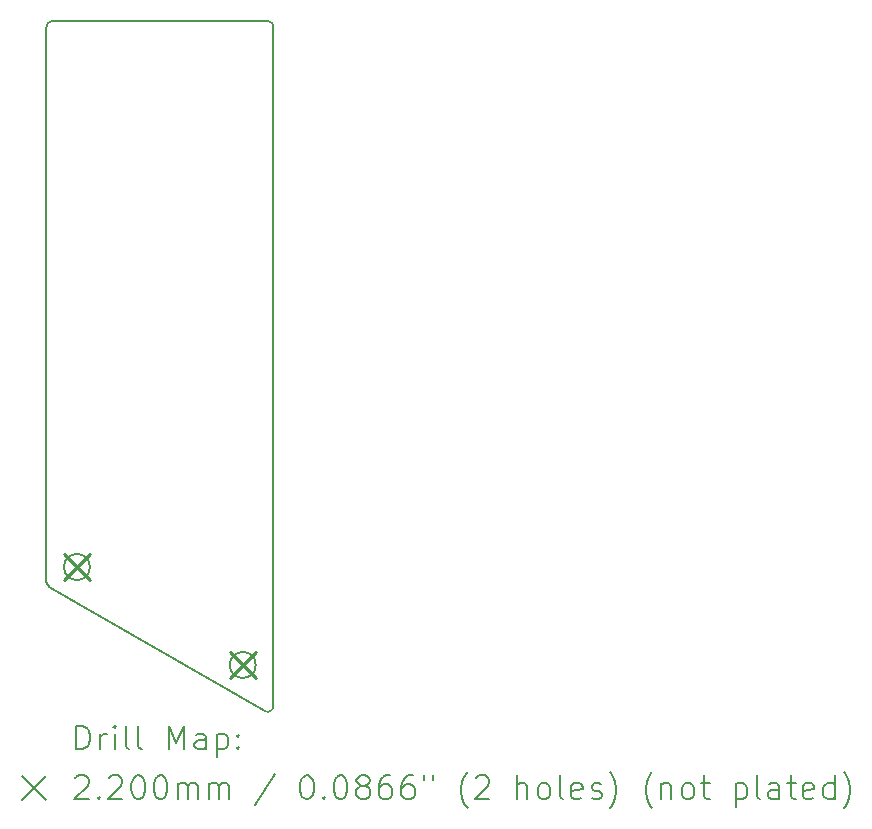
<source format=gbr>
%TF.GenerationSoftware,KiCad,Pcbnew,8.0.8+1*%
%TF.CreationDate,2025-03-02T13:34:40+00:00*%
%TF.ProjectId,controller_overlay,636f6e74-726f-46c6-9c65-725f6f766572,0.2*%
%TF.SameCoordinates,Original*%
%TF.FileFunction,Drillmap*%
%TF.FilePolarity,Positive*%
%FSLAX45Y45*%
G04 Gerber Fmt 4.5, Leading zero omitted, Abs format (unit mm)*
G04 Created by KiCad (PCBNEW 8.0.8+1) date 2025-03-02 13:34:40*
%MOMM*%
%LPD*%
G01*
G04 APERTURE LIST*
%ADD10C,0.150000*%
%ADD11C,0.200000*%
%ADD12C,0.220000*%
G04 APERTURE END LIST*
D10*
X20234800Y-10170315D02*
X20234800Y-5472750D01*
X20284800Y-5422750D02*
X22106800Y-5422750D01*
X22156800Y-5472750D02*
X22156800Y-11222247D01*
X22081800Y-11265549D02*
X20259800Y-10213617D01*
X20234800Y-5472750D02*
G75*
G02*
X20284800Y-5422750I50000J0D01*
G01*
X22106800Y-5422750D02*
G75*
G02*
X22156800Y-5472750I0J-50000D01*
G01*
X22156800Y-11222247D02*
G75*
G02*
X22081801Y-11265548I-50000J2D01*
G01*
X20259800Y-10213617D02*
G75*
G02*
X20234804Y-10170315I25000J43297D01*
G01*
X20602700Y-10046350D02*
G75*
G02*
X20382700Y-10046350I-110000J0D01*
G01*
X20382700Y-10046350D02*
G75*
G02*
X20602700Y-10046350I110000J0D01*
G01*
X22006900Y-10875750D02*
G75*
G02*
X21786900Y-10875750I-110000J0D01*
G01*
X21786900Y-10875750D02*
G75*
G02*
X22006900Y-10875750I110000J0D01*
G01*
D11*
D12*
X20382700Y-9936350D02*
X20602700Y-10156350D01*
X20602700Y-9936350D02*
X20382700Y-10156350D01*
X21786900Y-10765750D02*
X22006900Y-10985750D01*
X22006900Y-10765750D02*
X21786900Y-10985750D01*
D11*
X20488077Y-11591230D02*
X20488077Y-11391230D01*
X20488077Y-11391230D02*
X20535696Y-11391230D01*
X20535696Y-11391230D02*
X20564267Y-11400753D01*
X20564267Y-11400753D02*
X20583315Y-11419801D01*
X20583315Y-11419801D02*
X20592839Y-11438849D01*
X20592839Y-11438849D02*
X20602363Y-11476944D01*
X20602363Y-11476944D02*
X20602363Y-11505515D01*
X20602363Y-11505515D02*
X20592839Y-11543611D01*
X20592839Y-11543611D02*
X20583315Y-11562658D01*
X20583315Y-11562658D02*
X20564267Y-11581706D01*
X20564267Y-11581706D02*
X20535696Y-11591230D01*
X20535696Y-11591230D02*
X20488077Y-11591230D01*
X20688077Y-11591230D02*
X20688077Y-11457896D01*
X20688077Y-11495992D02*
X20697601Y-11476944D01*
X20697601Y-11476944D02*
X20707124Y-11467420D01*
X20707124Y-11467420D02*
X20726172Y-11457896D01*
X20726172Y-11457896D02*
X20745220Y-11457896D01*
X20811886Y-11591230D02*
X20811886Y-11457896D01*
X20811886Y-11391230D02*
X20802363Y-11400753D01*
X20802363Y-11400753D02*
X20811886Y-11410277D01*
X20811886Y-11410277D02*
X20821410Y-11400753D01*
X20821410Y-11400753D02*
X20811886Y-11391230D01*
X20811886Y-11391230D02*
X20811886Y-11410277D01*
X20935696Y-11591230D02*
X20916648Y-11581706D01*
X20916648Y-11581706D02*
X20907124Y-11562658D01*
X20907124Y-11562658D02*
X20907124Y-11391230D01*
X21040458Y-11591230D02*
X21021410Y-11581706D01*
X21021410Y-11581706D02*
X21011886Y-11562658D01*
X21011886Y-11562658D02*
X21011886Y-11391230D01*
X21269029Y-11591230D02*
X21269029Y-11391230D01*
X21269029Y-11391230D02*
X21335696Y-11534087D01*
X21335696Y-11534087D02*
X21402363Y-11391230D01*
X21402363Y-11391230D02*
X21402363Y-11591230D01*
X21583315Y-11591230D02*
X21583315Y-11486468D01*
X21583315Y-11486468D02*
X21573791Y-11467420D01*
X21573791Y-11467420D02*
X21554744Y-11457896D01*
X21554744Y-11457896D02*
X21516648Y-11457896D01*
X21516648Y-11457896D02*
X21497601Y-11467420D01*
X21583315Y-11581706D02*
X21564267Y-11591230D01*
X21564267Y-11591230D02*
X21516648Y-11591230D01*
X21516648Y-11591230D02*
X21497601Y-11581706D01*
X21497601Y-11581706D02*
X21488077Y-11562658D01*
X21488077Y-11562658D02*
X21488077Y-11543611D01*
X21488077Y-11543611D02*
X21497601Y-11524563D01*
X21497601Y-11524563D02*
X21516648Y-11515039D01*
X21516648Y-11515039D02*
X21564267Y-11515039D01*
X21564267Y-11515039D02*
X21583315Y-11505515D01*
X21678553Y-11457896D02*
X21678553Y-11657896D01*
X21678553Y-11467420D02*
X21697601Y-11457896D01*
X21697601Y-11457896D02*
X21735696Y-11457896D01*
X21735696Y-11457896D02*
X21754744Y-11467420D01*
X21754744Y-11467420D02*
X21764267Y-11476944D01*
X21764267Y-11476944D02*
X21773791Y-11495992D01*
X21773791Y-11495992D02*
X21773791Y-11553134D01*
X21773791Y-11553134D02*
X21764267Y-11572182D01*
X21764267Y-11572182D02*
X21754744Y-11581706D01*
X21754744Y-11581706D02*
X21735696Y-11591230D01*
X21735696Y-11591230D02*
X21697601Y-11591230D01*
X21697601Y-11591230D02*
X21678553Y-11581706D01*
X21859505Y-11572182D02*
X21869029Y-11581706D01*
X21869029Y-11581706D02*
X21859505Y-11591230D01*
X21859505Y-11591230D02*
X21849982Y-11581706D01*
X21849982Y-11581706D02*
X21859505Y-11572182D01*
X21859505Y-11572182D02*
X21859505Y-11591230D01*
X21859505Y-11467420D02*
X21869029Y-11476944D01*
X21869029Y-11476944D02*
X21859505Y-11486468D01*
X21859505Y-11486468D02*
X21849982Y-11476944D01*
X21849982Y-11476944D02*
X21859505Y-11467420D01*
X21859505Y-11467420D02*
X21859505Y-11486468D01*
X20027300Y-11819746D02*
X20227300Y-12019746D01*
X20227300Y-11819746D02*
X20027300Y-12019746D01*
X20478553Y-11830277D02*
X20488077Y-11820753D01*
X20488077Y-11820753D02*
X20507124Y-11811230D01*
X20507124Y-11811230D02*
X20554744Y-11811230D01*
X20554744Y-11811230D02*
X20573791Y-11820753D01*
X20573791Y-11820753D02*
X20583315Y-11830277D01*
X20583315Y-11830277D02*
X20592839Y-11849325D01*
X20592839Y-11849325D02*
X20592839Y-11868372D01*
X20592839Y-11868372D02*
X20583315Y-11896944D01*
X20583315Y-11896944D02*
X20469029Y-12011230D01*
X20469029Y-12011230D02*
X20592839Y-12011230D01*
X20678553Y-11992182D02*
X20688077Y-12001706D01*
X20688077Y-12001706D02*
X20678553Y-12011230D01*
X20678553Y-12011230D02*
X20669029Y-12001706D01*
X20669029Y-12001706D02*
X20678553Y-11992182D01*
X20678553Y-11992182D02*
X20678553Y-12011230D01*
X20764267Y-11830277D02*
X20773791Y-11820753D01*
X20773791Y-11820753D02*
X20792839Y-11811230D01*
X20792839Y-11811230D02*
X20840458Y-11811230D01*
X20840458Y-11811230D02*
X20859505Y-11820753D01*
X20859505Y-11820753D02*
X20869029Y-11830277D01*
X20869029Y-11830277D02*
X20878553Y-11849325D01*
X20878553Y-11849325D02*
X20878553Y-11868372D01*
X20878553Y-11868372D02*
X20869029Y-11896944D01*
X20869029Y-11896944D02*
X20754744Y-12011230D01*
X20754744Y-12011230D02*
X20878553Y-12011230D01*
X21002363Y-11811230D02*
X21021410Y-11811230D01*
X21021410Y-11811230D02*
X21040458Y-11820753D01*
X21040458Y-11820753D02*
X21049982Y-11830277D01*
X21049982Y-11830277D02*
X21059505Y-11849325D01*
X21059505Y-11849325D02*
X21069029Y-11887420D01*
X21069029Y-11887420D02*
X21069029Y-11935039D01*
X21069029Y-11935039D02*
X21059505Y-11973134D01*
X21059505Y-11973134D02*
X21049982Y-11992182D01*
X21049982Y-11992182D02*
X21040458Y-12001706D01*
X21040458Y-12001706D02*
X21021410Y-12011230D01*
X21021410Y-12011230D02*
X21002363Y-12011230D01*
X21002363Y-12011230D02*
X20983315Y-12001706D01*
X20983315Y-12001706D02*
X20973791Y-11992182D01*
X20973791Y-11992182D02*
X20964267Y-11973134D01*
X20964267Y-11973134D02*
X20954744Y-11935039D01*
X20954744Y-11935039D02*
X20954744Y-11887420D01*
X20954744Y-11887420D02*
X20964267Y-11849325D01*
X20964267Y-11849325D02*
X20973791Y-11830277D01*
X20973791Y-11830277D02*
X20983315Y-11820753D01*
X20983315Y-11820753D02*
X21002363Y-11811230D01*
X21192839Y-11811230D02*
X21211886Y-11811230D01*
X21211886Y-11811230D02*
X21230934Y-11820753D01*
X21230934Y-11820753D02*
X21240458Y-11830277D01*
X21240458Y-11830277D02*
X21249982Y-11849325D01*
X21249982Y-11849325D02*
X21259505Y-11887420D01*
X21259505Y-11887420D02*
X21259505Y-11935039D01*
X21259505Y-11935039D02*
X21249982Y-11973134D01*
X21249982Y-11973134D02*
X21240458Y-11992182D01*
X21240458Y-11992182D02*
X21230934Y-12001706D01*
X21230934Y-12001706D02*
X21211886Y-12011230D01*
X21211886Y-12011230D02*
X21192839Y-12011230D01*
X21192839Y-12011230D02*
X21173791Y-12001706D01*
X21173791Y-12001706D02*
X21164267Y-11992182D01*
X21164267Y-11992182D02*
X21154744Y-11973134D01*
X21154744Y-11973134D02*
X21145220Y-11935039D01*
X21145220Y-11935039D02*
X21145220Y-11887420D01*
X21145220Y-11887420D02*
X21154744Y-11849325D01*
X21154744Y-11849325D02*
X21164267Y-11830277D01*
X21164267Y-11830277D02*
X21173791Y-11820753D01*
X21173791Y-11820753D02*
X21192839Y-11811230D01*
X21345220Y-12011230D02*
X21345220Y-11877896D01*
X21345220Y-11896944D02*
X21354744Y-11887420D01*
X21354744Y-11887420D02*
X21373791Y-11877896D01*
X21373791Y-11877896D02*
X21402363Y-11877896D01*
X21402363Y-11877896D02*
X21421410Y-11887420D01*
X21421410Y-11887420D02*
X21430934Y-11906468D01*
X21430934Y-11906468D02*
X21430934Y-12011230D01*
X21430934Y-11906468D02*
X21440458Y-11887420D01*
X21440458Y-11887420D02*
X21459505Y-11877896D01*
X21459505Y-11877896D02*
X21488077Y-11877896D01*
X21488077Y-11877896D02*
X21507125Y-11887420D01*
X21507125Y-11887420D02*
X21516648Y-11906468D01*
X21516648Y-11906468D02*
X21516648Y-12011230D01*
X21611886Y-12011230D02*
X21611886Y-11877896D01*
X21611886Y-11896944D02*
X21621410Y-11887420D01*
X21621410Y-11887420D02*
X21640458Y-11877896D01*
X21640458Y-11877896D02*
X21669029Y-11877896D01*
X21669029Y-11877896D02*
X21688077Y-11887420D01*
X21688077Y-11887420D02*
X21697601Y-11906468D01*
X21697601Y-11906468D02*
X21697601Y-12011230D01*
X21697601Y-11906468D02*
X21707125Y-11887420D01*
X21707125Y-11887420D02*
X21726172Y-11877896D01*
X21726172Y-11877896D02*
X21754744Y-11877896D01*
X21754744Y-11877896D02*
X21773791Y-11887420D01*
X21773791Y-11887420D02*
X21783315Y-11906468D01*
X21783315Y-11906468D02*
X21783315Y-12011230D01*
X22173791Y-11801706D02*
X22002363Y-12058849D01*
X22430934Y-11811230D02*
X22449982Y-11811230D01*
X22449982Y-11811230D02*
X22469029Y-11820753D01*
X22469029Y-11820753D02*
X22478553Y-11830277D01*
X22478553Y-11830277D02*
X22488077Y-11849325D01*
X22488077Y-11849325D02*
X22497601Y-11887420D01*
X22497601Y-11887420D02*
X22497601Y-11935039D01*
X22497601Y-11935039D02*
X22488077Y-11973134D01*
X22488077Y-11973134D02*
X22478553Y-11992182D01*
X22478553Y-11992182D02*
X22469029Y-12001706D01*
X22469029Y-12001706D02*
X22449982Y-12011230D01*
X22449982Y-12011230D02*
X22430934Y-12011230D01*
X22430934Y-12011230D02*
X22411886Y-12001706D01*
X22411886Y-12001706D02*
X22402363Y-11992182D01*
X22402363Y-11992182D02*
X22392839Y-11973134D01*
X22392839Y-11973134D02*
X22383315Y-11935039D01*
X22383315Y-11935039D02*
X22383315Y-11887420D01*
X22383315Y-11887420D02*
X22392839Y-11849325D01*
X22392839Y-11849325D02*
X22402363Y-11830277D01*
X22402363Y-11830277D02*
X22411886Y-11820753D01*
X22411886Y-11820753D02*
X22430934Y-11811230D01*
X22583315Y-11992182D02*
X22592839Y-12001706D01*
X22592839Y-12001706D02*
X22583315Y-12011230D01*
X22583315Y-12011230D02*
X22573791Y-12001706D01*
X22573791Y-12001706D02*
X22583315Y-11992182D01*
X22583315Y-11992182D02*
X22583315Y-12011230D01*
X22716648Y-11811230D02*
X22735696Y-11811230D01*
X22735696Y-11811230D02*
X22754744Y-11820753D01*
X22754744Y-11820753D02*
X22764267Y-11830277D01*
X22764267Y-11830277D02*
X22773791Y-11849325D01*
X22773791Y-11849325D02*
X22783315Y-11887420D01*
X22783315Y-11887420D02*
X22783315Y-11935039D01*
X22783315Y-11935039D02*
X22773791Y-11973134D01*
X22773791Y-11973134D02*
X22764267Y-11992182D01*
X22764267Y-11992182D02*
X22754744Y-12001706D01*
X22754744Y-12001706D02*
X22735696Y-12011230D01*
X22735696Y-12011230D02*
X22716648Y-12011230D01*
X22716648Y-12011230D02*
X22697601Y-12001706D01*
X22697601Y-12001706D02*
X22688077Y-11992182D01*
X22688077Y-11992182D02*
X22678553Y-11973134D01*
X22678553Y-11973134D02*
X22669029Y-11935039D01*
X22669029Y-11935039D02*
X22669029Y-11887420D01*
X22669029Y-11887420D02*
X22678553Y-11849325D01*
X22678553Y-11849325D02*
X22688077Y-11830277D01*
X22688077Y-11830277D02*
X22697601Y-11820753D01*
X22697601Y-11820753D02*
X22716648Y-11811230D01*
X22897601Y-11896944D02*
X22878553Y-11887420D01*
X22878553Y-11887420D02*
X22869029Y-11877896D01*
X22869029Y-11877896D02*
X22859506Y-11858849D01*
X22859506Y-11858849D02*
X22859506Y-11849325D01*
X22859506Y-11849325D02*
X22869029Y-11830277D01*
X22869029Y-11830277D02*
X22878553Y-11820753D01*
X22878553Y-11820753D02*
X22897601Y-11811230D01*
X22897601Y-11811230D02*
X22935696Y-11811230D01*
X22935696Y-11811230D02*
X22954744Y-11820753D01*
X22954744Y-11820753D02*
X22964267Y-11830277D01*
X22964267Y-11830277D02*
X22973791Y-11849325D01*
X22973791Y-11849325D02*
X22973791Y-11858849D01*
X22973791Y-11858849D02*
X22964267Y-11877896D01*
X22964267Y-11877896D02*
X22954744Y-11887420D01*
X22954744Y-11887420D02*
X22935696Y-11896944D01*
X22935696Y-11896944D02*
X22897601Y-11896944D01*
X22897601Y-11896944D02*
X22878553Y-11906468D01*
X22878553Y-11906468D02*
X22869029Y-11915992D01*
X22869029Y-11915992D02*
X22859506Y-11935039D01*
X22859506Y-11935039D02*
X22859506Y-11973134D01*
X22859506Y-11973134D02*
X22869029Y-11992182D01*
X22869029Y-11992182D02*
X22878553Y-12001706D01*
X22878553Y-12001706D02*
X22897601Y-12011230D01*
X22897601Y-12011230D02*
X22935696Y-12011230D01*
X22935696Y-12011230D02*
X22954744Y-12001706D01*
X22954744Y-12001706D02*
X22964267Y-11992182D01*
X22964267Y-11992182D02*
X22973791Y-11973134D01*
X22973791Y-11973134D02*
X22973791Y-11935039D01*
X22973791Y-11935039D02*
X22964267Y-11915992D01*
X22964267Y-11915992D02*
X22954744Y-11906468D01*
X22954744Y-11906468D02*
X22935696Y-11896944D01*
X23145220Y-11811230D02*
X23107125Y-11811230D01*
X23107125Y-11811230D02*
X23088077Y-11820753D01*
X23088077Y-11820753D02*
X23078553Y-11830277D01*
X23078553Y-11830277D02*
X23059506Y-11858849D01*
X23059506Y-11858849D02*
X23049982Y-11896944D01*
X23049982Y-11896944D02*
X23049982Y-11973134D01*
X23049982Y-11973134D02*
X23059506Y-11992182D01*
X23059506Y-11992182D02*
X23069029Y-12001706D01*
X23069029Y-12001706D02*
X23088077Y-12011230D01*
X23088077Y-12011230D02*
X23126172Y-12011230D01*
X23126172Y-12011230D02*
X23145220Y-12001706D01*
X23145220Y-12001706D02*
X23154744Y-11992182D01*
X23154744Y-11992182D02*
X23164267Y-11973134D01*
X23164267Y-11973134D02*
X23164267Y-11925515D01*
X23164267Y-11925515D02*
X23154744Y-11906468D01*
X23154744Y-11906468D02*
X23145220Y-11896944D01*
X23145220Y-11896944D02*
X23126172Y-11887420D01*
X23126172Y-11887420D02*
X23088077Y-11887420D01*
X23088077Y-11887420D02*
X23069029Y-11896944D01*
X23069029Y-11896944D02*
X23059506Y-11906468D01*
X23059506Y-11906468D02*
X23049982Y-11925515D01*
X23335696Y-11811230D02*
X23297601Y-11811230D01*
X23297601Y-11811230D02*
X23278553Y-11820753D01*
X23278553Y-11820753D02*
X23269029Y-11830277D01*
X23269029Y-11830277D02*
X23249982Y-11858849D01*
X23249982Y-11858849D02*
X23240458Y-11896944D01*
X23240458Y-11896944D02*
X23240458Y-11973134D01*
X23240458Y-11973134D02*
X23249982Y-11992182D01*
X23249982Y-11992182D02*
X23259506Y-12001706D01*
X23259506Y-12001706D02*
X23278553Y-12011230D01*
X23278553Y-12011230D02*
X23316648Y-12011230D01*
X23316648Y-12011230D02*
X23335696Y-12001706D01*
X23335696Y-12001706D02*
X23345220Y-11992182D01*
X23345220Y-11992182D02*
X23354744Y-11973134D01*
X23354744Y-11973134D02*
X23354744Y-11925515D01*
X23354744Y-11925515D02*
X23345220Y-11906468D01*
X23345220Y-11906468D02*
X23335696Y-11896944D01*
X23335696Y-11896944D02*
X23316648Y-11887420D01*
X23316648Y-11887420D02*
X23278553Y-11887420D01*
X23278553Y-11887420D02*
X23259506Y-11896944D01*
X23259506Y-11896944D02*
X23249982Y-11906468D01*
X23249982Y-11906468D02*
X23240458Y-11925515D01*
X23430934Y-11811230D02*
X23430934Y-11849325D01*
X23507125Y-11811230D02*
X23507125Y-11849325D01*
X23802363Y-12087420D02*
X23792839Y-12077896D01*
X23792839Y-12077896D02*
X23773791Y-12049325D01*
X23773791Y-12049325D02*
X23764268Y-12030277D01*
X23764268Y-12030277D02*
X23754744Y-12001706D01*
X23754744Y-12001706D02*
X23745220Y-11954087D01*
X23745220Y-11954087D02*
X23745220Y-11915992D01*
X23745220Y-11915992D02*
X23754744Y-11868372D01*
X23754744Y-11868372D02*
X23764268Y-11839801D01*
X23764268Y-11839801D02*
X23773791Y-11820753D01*
X23773791Y-11820753D02*
X23792839Y-11792182D01*
X23792839Y-11792182D02*
X23802363Y-11782658D01*
X23869029Y-11830277D02*
X23878553Y-11820753D01*
X23878553Y-11820753D02*
X23897601Y-11811230D01*
X23897601Y-11811230D02*
X23945220Y-11811230D01*
X23945220Y-11811230D02*
X23964268Y-11820753D01*
X23964268Y-11820753D02*
X23973791Y-11830277D01*
X23973791Y-11830277D02*
X23983315Y-11849325D01*
X23983315Y-11849325D02*
X23983315Y-11868372D01*
X23983315Y-11868372D02*
X23973791Y-11896944D01*
X23973791Y-11896944D02*
X23859506Y-12011230D01*
X23859506Y-12011230D02*
X23983315Y-12011230D01*
X24221410Y-12011230D02*
X24221410Y-11811230D01*
X24307125Y-12011230D02*
X24307125Y-11906468D01*
X24307125Y-11906468D02*
X24297601Y-11887420D01*
X24297601Y-11887420D02*
X24278553Y-11877896D01*
X24278553Y-11877896D02*
X24249982Y-11877896D01*
X24249982Y-11877896D02*
X24230934Y-11887420D01*
X24230934Y-11887420D02*
X24221410Y-11896944D01*
X24430934Y-12011230D02*
X24411887Y-12001706D01*
X24411887Y-12001706D02*
X24402363Y-11992182D01*
X24402363Y-11992182D02*
X24392839Y-11973134D01*
X24392839Y-11973134D02*
X24392839Y-11915992D01*
X24392839Y-11915992D02*
X24402363Y-11896944D01*
X24402363Y-11896944D02*
X24411887Y-11887420D01*
X24411887Y-11887420D02*
X24430934Y-11877896D01*
X24430934Y-11877896D02*
X24459506Y-11877896D01*
X24459506Y-11877896D02*
X24478553Y-11887420D01*
X24478553Y-11887420D02*
X24488077Y-11896944D01*
X24488077Y-11896944D02*
X24497601Y-11915992D01*
X24497601Y-11915992D02*
X24497601Y-11973134D01*
X24497601Y-11973134D02*
X24488077Y-11992182D01*
X24488077Y-11992182D02*
X24478553Y-12001706D01*
X24478553Y-12001706D02*
X24459506Y-12011230D01*
X24459506Y-12011230D02*
X24430934Y-12011230D01*
X24611887Y-12011230D02*
X24592839Y-12001706D01*
X24592839Y-12001706D02*
X24583315Y-11982658D01*
X24583315Y-11982658D02*
X24583315Y-11811230D01*
X24764268Y-12001706D02*
X24745220Y-12011230D01*
X24745220Y-12011230D02*
X24707125Y-12011230D01*
X24707125Y-12011230D02*
X24688077Y-12001706D01*
X24688077Y-12001706D02*
X24678553Y-11982658D01*
X24678553Y-11982658D02*
X24678553Y-11906468D01*
X24678553Y-11906468D02*
X24688077Y-11887420D01*
X24688077Y-11887420D02*
X24707125Y-11877896D01*
X24707125Y-11877896D02*
X24745220Y-11877896D01*
X24745220Y-11877896D02*
X24764268Y-11887420D01*
X24764268Y-11887420D02*
X24773791Y-11906468D01*
X24773791Y-11906468D02*
X24773791Y-11925515D01*
X24773791Y-11925515D02*
X24678553Y-11944563D01*
X24849982Y-12001706D02*
X24869030Y-12011230D01*
X24869030Y-12011230D02*
X24907125Y-12011230D01*
X24907125Y-12011230D02*
X24926172Y-12001706D01*
X24926172Y-12001706D02*
X24935696Y-11982658D01*
X24935696Y-11982658D02*
X24935696Y-11973134D01*
X24935696Y-11973134D02*
X24926172Y-11954087D01*
X24926172Y-11954087D02*
X24907125Y-11944563D01*
X24907125Y-11944563D02*
X24878553Y-11944563D01*
X24878553Y-11944563D02*
X24859506Y-11935039D01*
X24859506Y-11935039D02*
X24849982Y-11915992D01*
X24849982Y-11915992D02*
X24849982Y-11906468D01*
X24849982Y-11906468D02*
X24859506Y-11887420D01*
X24859506Y-11887420D02*
X24878553Y-11877896D01*
X24878553Y-11877896D02*
X24907125Y-11877896D01*
X24907125Y-11877896D02*
X24926172Y-11887420D01*
X25002363Y-12087420D02*
X25011887Y-12077896D01*
X25011887Y-12077896D02*
X25030934Y-12049325D01*
X25030934Y-12049325D02*
X25040458Y-12030277D01*
X25040458Y-12030277D02*
X25049982Y-12001706D01*
X25049982Y-12001706D02*
X25059506Y-11954087D01*
X25059506Y-11954087D02*
X25059506Y-11915992D01*
X25059506Y-11915992D02*
X25049982Y-11868372D01*
X25049982Y-11868372D02*
X25040458Y-11839801D01*
X25040458Y-11839801D02*
X25030934Y-11820753D01*
X25030934Y-11820753D02*
X25011887Y-11792182D01*
X25011887Y-11792182D02*
X25002363Y-11782658D01*
X25364268Y-12087420D02*
X25354744Y-12077896D01*
X25354744Y-12077896D02*
X25335696Y-12049325D01*
X25335696Y-12049325D02*
X25326172Y-12030277D01*
X25326172Y-12030277D02*
X25316649Y-12001706D01*
X25316649Y-12001706D02*
X25307125Y-11954087D01*
X25307125Y-11954087D02*
X25307125Y-11915992D01*
X25307125Y-11915992D02*
X25316649Y-11868372D01*
X25316649Y-11868372D02*
X25326172Y-11839801D01*
X25326172Y-11839801D02*
X25335696Y-11820753D01*
X25335696Y-11820753D02*
X25354744Y-11792182D01*
X25354744Y-11792182D02*
X25364268Y-11782658D01*
X25440458Y-11877896D02*
X25440458Y-12011230D01*
X25440458Y-11896944D02*
X25449982Y-11887420D01*
X25449982Y-11887420D02*
X25469030Y-11877896D01*
X25469030Y-11877896D02*
X25497601Y-11877896D01*
X25497601Y-11877896D02*
X25516649Y-11887420D01*
X25516649Y-11887420D02*
X25526172Y-11906468D01*
X25526172Y-11906468D02*
X25526172Y-12011230D01*
X25649982Y-12011230D02*
X25630934Y-12001706D01*
X25630934Y-12001706D02*
X25621411Y-11992182D01*
X25621411Y-11992182D02*
X25611887Y-11973134D01*
X25611887Y-11973134D02*
X25611887Y-11915992D01*
X25611887Y-11915992D02*
X25621411Y-11896944D01*
X25621411Y-11896944D02*
X25630934Y-11887420D01*
X25630934Y-11887420D02*
X25649982Y-11877896D01*
X25649982Y-11877896D02*
X25678553Y-11877896D01*
X25678553Y-11877896D02*
X25697601Y-11887420D01*
X25697601Y-11887420D02*
X25707125Y-11896944D01*
X25707125Y-11896944D02*
X25716649Y-11915992D01*
X25716649Y-11915992D02*
X25716649Y-11973134D01*
X25716649Y-11973134D02*
X25707125Y-11992182D01*
X25707125Y-11992182D02*
X25697601Y-12001706D01*
X25697601Y-12001706D02*
X25678553Y-12011230D01*
X25678553Y-12011230D02*
X25649982Y-12011230D01*
X25773792Y-11877896D02*
X25849982Y-11877896D01*
X25802363Y-11811230D02*
X25802363Y-11982658D01*
X25802363Y-11982658D02*
X25811887Y-12001706D01*
X25811887Y-12001706D02*
X25830934Y-12011230D01*
X25830934Y-12011230D02*
X25849982Y-12011230D01*
X26069030Y-11877896D02*
X26069030Y-12077896D01*
X26069030Y-11887420D02*
X26088077Y-11877896D01*
X26088077Y-11877896D02*
X26126173Y-11877896D01*
X26126173Y-11877896D02*
X26145220Y-11887420D01*
X26145220Y-11887420D02*
X26154744Y-11896944D01*
X26154744Y-11896944D02*
X26164268Y-11915992D01*
X26164268Y-11915992D02*
X26164268Y-11973134D01*
X26164268Y-11973134D02*
X26154744Y-11992182D01*
X26154744Y-11992182D02*
X26145220Y-12001706D01*
X26145220Y-12001706D02*
X26126173Y-12011230D01*
X26126173Y-12011230D02*
X26088077Y-12011230D01*
X26088077Y-12011230D02*
X26069030Y-12001706D01*
X26278553Y-12011230D02*
X26259506Y-12001706D01*
X26259506Y-12001706D02*
X26249982Y-11982658D01*
X26249982Y-11982658D02*
X26249982Y-11811230D01*
X26440458Y-12011230D02*
X26440458Y-11906468D01*
X26440458Y-11906468D02*
X26430934Y-11887420D01*
X26430934Y-11887420D02*
X26411887Y-11877896D01*
X26411887Y-11877896D02*
X26373792Y-11877896D01*
X26373792Y-11877896D02*
X26354744Y-11887420D01*
X26440458Y-12001706D02*
X26421411Y-12011230D01*
X26421411Y-12011230D02*
X26373792Y-12011230D01*
X26373792Y-12011230D02*
X26354744Y-12001706D01*
X26354744Y-12001706D02*
X26345220Y-11982658D01*
X26345220Y-11982658D02*
X26345220Y-11963611D01*
X26345220Y-11963611D02*
X26354744Y-11944563D01*
X26354744Y-11944563D02*
X26373792Y-11935039D01*
X26373792Y-11935039D02*
X26421411Y-11935039D01*
X26421411Y-11935039D02*
X26440458Y-11925515D01*
X26507125Y-11877896D02*
X26583315Y-11877896D01*
X26535696Y-11811230D02*
X26535696Y-11982658D01*
X26535696Y-11982658D02*
X26545220Y-12001706D01*
X26545220Y-12001706D02*
X26564268Y-12011230D01*
X26564268Y-12011230D02*
X26583315Y-12011230D01*
X26726173Y-12001706D02*
X26707125Y-12011230D01*
X26707125Y-12011230D02*
X26669030Y-12011230D01*
X26669030Y-12011230D02*
X26649982Y-12001706D01*
X26649982Y-12001706D02*
X26640458Y-11982658D01*
X26640458Y-11982658D02*
X26640458Y-11906468D01*
X26640458Y-11906468D02*
X26649982Y-11887420D01*
X26649982Y-11887420D02*
X26669030Y-11877896D01*
X26669030Y-11877896D02*
X26707125Y-11877896D01*
X26707125Y-11877896D02*
X26726173Y-11887420D01*
X26726173Y-11887420D02*
X26735696Y-11906468D01*
X26735696Y-11906468D02*
X26735696Y-11925515D01*
X26735696Y-11925515D02*
X26640458Y-11944563D01*
X26907125Y-12011230D02*
X26907125Y-11811230D01*
X26907125Y-12001706D02*
X26888077Y-12011230D01*
X26888077Y-12011230D02*
X26849982Y-12011230D01*
X26849982Y-12011230D02*
X26830934Y-12001706D01*
X26830934Y-12001706D02*
X26821411Y-11992182D01*
X26821411Y-11992182D02*
X26811887Y-11973134D01*
X26811887Y-11973134D02*
X26811887Y-11915992D01*
X26811887Y-11915992D02*
X26821411Y-11896944D01*
X26821411Y-11896944D02*
X26830934Y-11887420D01*
X26830934Y-11887420D02*
X26849982Y-11877896D01*
X26849982Y-11877896D02*
X26888077Y-11877896D01*
X26888077Y-11877896D02*
X26907125Y-11887420D01*
X26983315Y-12087420D02*
X26992839Y-12077896D01*
X26992839Y-12077896D02*
X27011887Y-12049325D01*
X27011887Y-12049325D02*
X27021411Y-12030277D01*
X27021411Y-12030277D02*
X27030934Y-12001706D01*
X27030934Y-12001706D02*
X27040458Y-11954087D01*
X27040458Y-11954087D02*
X27040458Y-11915992D01*
X27040458Y-11915992D02*
X27030934Y-11868372D01*
X27030934Y-11868372D02*
X27021411Y-11839801D01*
X27021411Y-11839801D02*
X27011887Y-11820753D01*
X27011887Y-11820753D02*
X26992839Y-11792182D01*
X26992839Y-11792182D02*
X26983315Y-11782658D01*
M02*

</source>
